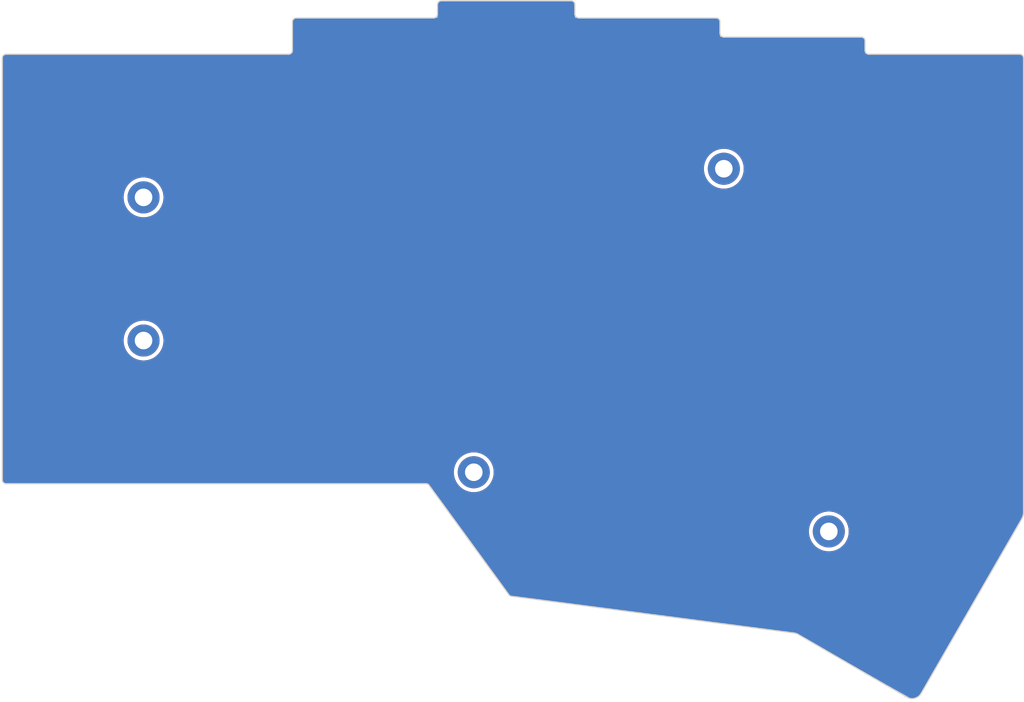
<source format=kicad_pcb>
(kicad_pcb (version 20221018) (generator pcbnew)
  (title_block (title "Corne Bottom Plate") (date "2018-11-15") (rev "2.1") (company "foostan"))
  (layers (0 "F.Cu" signal) (31 "B.Cu" signal) (34 "B.Paste" user) (35 "F.Paste" user) (36 "B.SilkS" user "B.Silkscreen") (37 "F.SilkS" user "F.Silkscreen") (38 "B.Mask" user) (39 "F.Mask" user) (44 "Edge.Cuts" user))
  (net 0 "")
  (footprint "kbd:M2_Hole_TH" (layer "F.Cu") (at 79.5 86.75)
    (fp_text reference "" (at 0 -3.2) (layer "F.SilkS"))
    (fp_text value "")
    (pad "" thru_hole circle (at 0 0) (size 4.2 4.2) (drill 2.3) (layers "*.Cu" "*.Mask"))
  )
  (footprint "kbd:M2_Hole_TH" (layer "F.Cu") (at 79.5 105.5)
    (fp_text reference "" (at 0 -3.2) (layer "F.SilkS"))
    (fp_text value "")
    (pad "" thru_hole circle (at 0 0) (size 4.2 4.2) (drill 2.3) (layers "*.Cu" "*.Mask"))
  )
  (footprint "kbd:M2_Hole_TH" (layer "F.Cu") (at 155.5 83)
    (fp_text reference "" (at 0 -3.2) (layer "F.SilkS"))
    (fp_text value "")
    (pad "" thru_hole circle (at 0 0) (size 4.2 4.2) (drill 2.3) (layers "*.Cu" "*.Mask"))
  )
  (footprint "kbd:M2_Hole_TH" (layer "F.Cu") (at 122.75 122.75)
    (fp_text reference "" (at 0 -3.2) (layer "F.SilkS"))
    (fp_text value "")
    (pad "" thru_hole circle (at 0 0) (size 4.2 4.2) (drill 2.3) (layers "*.Cu" "*.Mask"))
  )
  (footprint "kbd:M2_Hole_TH" (layer "F.Cu") (at 169.25 130.5)
    (fp_text reference "" (at 0 -3.2) (layer "F.SilkS"))
    (fp_text value "")
    (pad "" thru_hole circle (at 0 0) (size 4.2 4.2) (drill 2.3) (layers "*.Cu" "*.Mask"))
  )
  (footprint "kbd:corne-horizontal" (layer "F.Cu") (at 127.52 96.53)
    (fp_text reference "G***" hide)
    (fp_text value "LOGO" hide)
  )
  (footprint "kbd:corne-horizontal" (layer "B.Cu") (at 127.44 96.53 180)
    (fp_text reference "G***" hide)
    (fp_text value "LOGO" hide)
  )
  (gr_arc (start 61.5 124.25) (mid 61.146447 124.103553) (end 61 123.75) (stroke (width 0.15)) (layer "Edge.Cuts"))
  (gr_arc (start 118 62.75) (mid 117.853553 63.103553) (end 117.5 63.25) (stroke (width 0.15)) (layer "Edge.Cuts"))
  (gr_line (start 98.5 68) (end 61.5 68) (stroke (width 0.15)) (layer "Edge.Cuts"))
  (gr_line (start 174 66.25) (end 174 67.5) (stroke (width 0.15)) (layer "Edge.Cuts"))
  (gr_line (start 194.75 68.5) (end 194.75 127.975) (stroke (width 0.15)) (layer "Edge.Cuts"))
  (gr_line (start 118 61.5) (end 118 62.75) (stroke (width 0.15)) (layer "Edge.Cuts"))
  (gr_arc (start 181.297263 151.781465) (mid 180.412069 152.371617) (end 179.369251 152.160956) (stroke (width 0.15)) (layer "Edge.Cuts"))
  (gr_arc (start 61 68.5) (mid 61.146447 68.146447) (end 61.5 68) (stroke (width 0.15)) (layer "Edge.Cuts"))
  (gr_line (start 61 68.5) (end 61 123.75) (stroke (width 0.15)) (layer "Edge.Cuts"))
  (gr_arc (start 135.5 61) (mid 135.853553 61.146447) (end 136 61.5) (stroke (width 0.15)) (layer "Edge.Cuts"))
  (gr_line (start 194.25 68) (end 174.5 68) (stroke (width 0.15)) (layer "Edge.Cuts"))
  (gr_arc (start 173.5 65.75) (mid 173.853553 65.896447) (end 174 66.25) (stroke (width 0.15)) (layer "Edge.Cuts"))
  (gr_line (start 135.5 61) (end 118.5 61) (stroke (width 0.15)) (layer "Edge.Cuts"))
  (gr_arc (start 116.5 124.25) (mid 116.691342 124.28806) (end 116.853553 124.396447) (stroke (width 0.15)) (layer "Edge.Cuts"))
  (gr_line (start 154.5 63.25) (end 136.5 63.25) (stroke (width 0.15)) (layer "Edge.Cuts"))
  (gr_arc (start 164.420556 143.770344) (mid 164.750952 143.819149) (end 165.075 143.9) (stroke (width 0.15)) (layer "Edge.Cuts"))
  (gr_line (start 99 63.75) (end 99 67.5) (stroke (width 0.15)) (layer "Edge.Cuts"))
  (gr_line (start 173.5 65.75) (end 155.5 65.75) (stroke (width 0.15)) (layer "Edge.Cuts"))
  (gr_arc (start 194.25 68) (mid 194.603553 68.146447) (end 194.75 68.5) (stroke (width 0.15)) (layer "Edge.Cuts"))
  (gr_arc (start 155.5 65.75) (mid 155.146447 65.603553) (end 155 65.25) (stroke (width 0.15)) (layer "Edge.Cuts"))
  (gr_line (start 116.853553 124.396447) (end 127.396447 138.853553) (stroke (width 0.15)) (layer "Edge.Cuts"))
  (gr_line (start 116.5 124.25) (end 61.499995 124.25) (stroke (width 0.15)) (layer "Edge.Cuts"))
  (gr_line (start 155 65.25) (end 155 63.75) (stroke (width 0.15)) (layer "Edge.Cuts"))
  (gr_line (start 127.75 139) (end 164.420556 143.770344) (stroke (width 0.15)) (layer "Edge.Cuts"))
  (gr_line (start 165.075 143.9) (end 179.369251 152.160956) (stroke (width 0.15)) (layer "Edge.Cuts"))
  (gr_arc (start 136.5 63.25) (mid 136.146447 63.103553) (end 136 62.75) (stroke (width 0.15)) (layer "Edge.Cuts"))
  (gr_arc (start 174.5 68) (mid 174.146447 67.853553) (end 174 67.5) (stroke (width 0.15)) (layer "Edge.Cuts"))
  (gr_arc (start 194.75 127.975) (mid 194.695218 128.426668) (end 194.522764 128.847696) (stroke (width 0.15)) (layer "Edge.Cuts"))
  (gr_arc (start 118 61.5) (mid 118.146447 61.146447) (end 118.5 61) (stroke (width 0.15)) (layer "Edge.Cuts"))
  (gr_arc (start 127.75 139) (mid 127.558658 138.96194) (end 127.396447 138.853553) (stroke (width 0.15)) (layer "Edge.Cuts"))
  (gr_arc (start 99 63.75) (mid 99.146447 63.396447) (end 99.5 63.25) (stroke (width 0.15)) (layer "Edge.Cuts"))
  (gr_line (start 117.5 63.25) (end 99.5 63.25) (stroke (width 0.15)) (layer "Edge.Cuts"))
  (gr_line (start 136 62.75) (end 136 61.5) (stroke (width 0.15)) (layer "Edge.Cuts"))
  (gr_arc (start 154.5 63.25) (mid 154.853553 63.396447) (end 155 63.75) (stroke (width 0.15)) (layer "Edge.Cuts"))
  (gr_arc (start 99 67.5) (mid 98.853553 67.853553) (end 98.5 68) (stroke (width 0.15)) (layer "Edge.Cuts"))
  (gr_line (start 181.297263 151.781465) (end 194.525 128.85) (stroke (width 0.15)) (layer "Edge.Cuts"))
  (zone (net 0) (net_name "") (layer "F.Cu") (connect_pads (clearance 0.508)) (min_thickness 0.254) (fill yes (thermal_gap 0.508) (thermal_bridge_width 0.508))
    (polygon (pts (xy 194.7 67.9) (xy 174 67.9) (xy 174 65.7) (xy 155 65.7) (xy 155 63.2) (xy 136 63.2) (xy 136 60.9) (xy 118 60.9) (xy 118 63.2) (xy 98.8 63.2) (xy 98.9 67.9) (xy 60.7 68) (xy 60.9 124.7) (xy 116.6 124.2) (xy 127.4 139.1) (xy 165.05 143.9) (xy 180.75 152.775) (xy 194.8 128.1) (xy 194.8 67.9)))
  )
  (zone (net 0) (net_name "") (layer "B.Cu") (connect_pads (clearance 0.508)) (min_thickness 0.254) (fill yes (thermal_gap 0.508) (thermal_bridge_width 0.508))
    (polygon (pts (xy 194.7 67.9) (xy 174 67.9) (xy 174 65.7) (xy 155 65.7) (xy 155 63.2) (xy 136 63.2) (xy 136 60.9) (xy 118 60.9) (xy 118 63.2) (xy 98.8 63.2) (xy 98.9 67.9) (xy 60.7 68) (xy 60.9 124.7) (xy 116.6 124.2) (xy 127.6 139) (xy 165 143.925) (xy 180.775 152.825) (xy 194.8 128.3) (xy 194.8 67.9)))
  )
)
</source>
